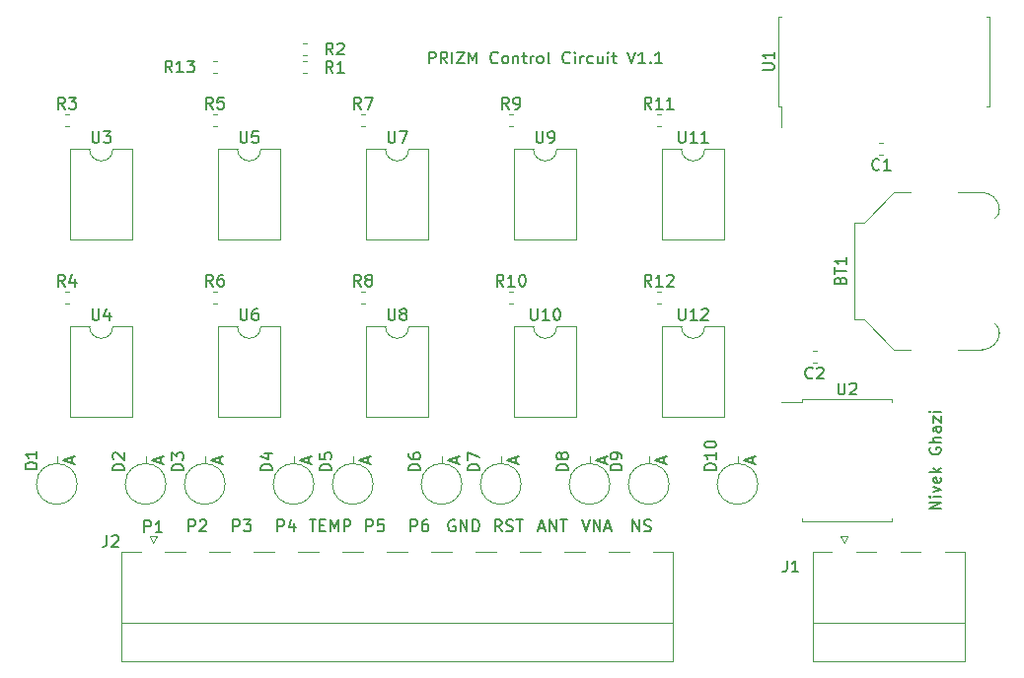
<source format=gto>
G04 #@! TF.GenerationSoftware,KiCad,Pcbnew,5.1.5-52549c5~84~ubuntu19.04.1*
G04 #@! TF.CreationDate,2020-02-11T15:19:44+02:00*
G04 #@! TF.ProjectId,switch-control-hat,73776974-6368-42d6-936f-6e74726f6c2d,rev?*
G04 #@! TF.SameCoordinates,Original*
G04 #@! TF.FileFunction,Legend,Top*
G04 #@! TF.FilePolarity,Positive*
%FSLAX46Y46*%
G04 Gerber Fmt 4.6, Leading zero omitted, Abs format (unit mm)*
G04 Created by KiCad (PCBNEW 5.1.5-52549c5~84~ubuntu19.04.1) date 2020-02-11 15:19:44*
%MOMM*%
%LPD*%
G04 APERTURE LIST*
%ADD10C,0.150000*%
%ADD11C,0.120000*%
G04 APERTURE END LIST*
D10*
X252705095Y-143403880D02*
X252705095Y-142403880D01*
X253276523Y-143403880D01*
X253276523Y-142403880D01*
X253705095Y-143356261D02*
X253847952Y-143403880D01*
X254086047Y-143403880D01*
X254181285Y-143356261D01*
X254228904Y-143308642D01*
X254276523Y-143213404D01*
X254276523Y-143118166D01*
X254228904Y-143022928D01*
X254181285Y-142975309D01*
X254086047Y-142927690D01*
X253895571Y-142880071D01*
X253800333Y-142832452D01*
X253752714Y-142784833D01*
X253705095Y-142689595D01*
X253705095Y-142594357D01*
X253752714Y-142499119D01*
X253800333Y-142451500D01*
X253895571Y-142403880D01*
X254133666Y-142403880D01*
X254276523Y-142451500D01*
X248371285Y-142403880D02*
X248704619Y-143403880D01*
X249037952Y-142403880D01*
X249371285Y-143403880D02*
X249371285Y-142403880D01*
X249942714Y-143403880D01*
X249942714Y-142403880D01*
X250371285Y-143118166D02*
X250847476Y-143118166D01*
X250276047Y-143403880D02*
X250609380Y-142403880D01*
X250942714Y-143403880D01*
X244704142Y-143118166D02*
X245180333Y-143118166D01*
X244608904Y-143403880D02*
X244942238Y-142403880D01*
X245275571Y-143403880D01*
X245608904Y-143403880D02*
X245608904Y-142403880D01*
X246180333Y-143403880D01*
X246180333Y-142403880D01*
X246513666Y-142403880D02*
X247085095Y-142403880D01*
X246799380Y-143403880D02*
X246799380Y-142403880D01*
X241489380Y-143403880D02*
X241156047Y-142927690D01*
X240917952Y-143403880D02*
X240917952Y-142403880D01*
X241298904Y-142403880D01*
X241394142Y-142451500D01*
X241441761Y-142499119D01*
X241489380Y-142594357D01*
X241489380Y-142737214D01*
X241441761Y-142832452D01*
X241394142Y-142880071D01*
X241298904Y-142927690D01*
X240917952Y-142927690D01*
X241870333Y-143356261D02*
X242013190Y-143403880D01*
X242251285Y-143403880D01*
X242346523Y-143356261D01*
X242394142Y-143308642D01*
X242441761Y-143213404D01*
X242441761Y-143118166D01*
X242394142Y-143022928D01*
X242346523Y-142975309D01*
X242251285Y-142927690D01*
X242060809Y-142880071D01*
X241965571Y-142832452D01*
X241917952Y-142784833D01*
X241870333Y-142689595D01*
X241870333Y-142594357D01*
X241917952Y-142499119D01*
X241965571Y-142451500D01*
X242060809Y-142403880D01*
X242298904Y-142403880D01*
X242441761Y-142451500D01*
X242727476Y-142403880D02*
X243298904Y-142403880D01*
X243013190Y-143403880D02*
X243013190Y-142403880D01*
X237465095Y-142451500D02*
X237369857Y-142403880D01*
X237227000Y-142403880D01*
X237084142Y-142451500D01*
X236988904Y-142546738D01*
X236941285Y-142641976D01*
X236893666Y-142832452D01*
X236893666Y-142975309D01*
X236941285Y-143165785D01*
X236988904Y-143261023D01*
X237084142Y-143356261D01*
X237227000Y-143403880D01*
X237322238Y-143403880D01*
X237465095Y-143356261D01*
X237512714Y-143308642D01*
X237512714Y-142975309D01*
X237322238Y-142975309D01*
X237941285Y-143403880D02*
X237941285Y-142403880D01*
X238512714Y-143403880D01*
X238512714Y-142403880D01*
X238988904Y-143403880D02*
X238988904Y-142403880D01*
X239227000Y-142403880D01*
X239369857Y-142451500D01*
X239465095Y-142546738D01*
X239512714Y-142641976D01*
X239560333Y-142832452D01*
X239560333Y-142975309D01*
X239512714Y-143165785D01*
X239465095Y-143261023D01*
X239369857Y-143356261D01*
X239227000Y-143403880D01*
X238988904Y-143403880D01*
X233678904Y-143403880D02*
X233678904Y-142403880D01*
X234059857Y-142403880D01*
X234155095Y-142451500D01*
X234202714Y-142499119D01*
X234250333Y-142594357D01*
X234250333Y-142737214D01*
X234202714Y-142832452D01*
X234155095Y-142880071D01*
X234059857Y-142927690D01*
X233678904Y-142927690D01*
X235107476Y-142403880D02*
X234917000Y-142403880D01*
X234821761Y-142451500D01*
X234774142Y-142499119D01*
X234678904Y-142641976D01*
X234631285Y-142832452D01*
X234631285Y-143213404D01*
X234678904Y-143308642D01*
X234726523Y-143356261D01*
X234821761Y-143403880D01*
X235012238Y-143403880D01*
X235107476Y-143356261D01*
X235155095Y-143308642D01*
X235202714Y-143213404D01*
X235202714Y-142975309D01*
X235155095Y-142880071D01*
X235107476Y-142832452D01*
X235012238Y-142784833D01*
X234821761Y-142784833D01*
X234726523Y-142832452D01*
X234678904Y-142880071D01*
X234631285Y-142975309D01*
X229868904Y-143403880D02*
X229868904Y-142403880D01*
X230249857Y-142403880D01*
X230345095Y-142451500D01*
X230392714Y-142499119D01*
X230440333Y-142594357D01*
X230440333Y-142737214D01*
X230392714Y-142832452D01*
X230345095Y-142880071D01*
X230249857Y-142927690D01*
X229868904Y-142927690D01*
X231345095Y-142403880D02*
X230868904Y-142403880D01*
X230821285Y-142880071D01*
X230868904Y-142832452D01*
X230964142Y-142784833D01*
X231202238Y-142784833D01*
X231297476Y-142832452D01*
X231345095Y-142880071D01*
X231392714Y-142975309D01*
X231392714Y-143213404D01*
X231345095Y-143308642D01*
X231297476Y-143356261D01*
X231202238Y-143403880D01*
X230964142Y-143403880D01*
X230868904Y-143356261D01*
X230821285Y-143308642D01*
X210818904Y-143467380D02*
X210818904Y-142467380D01*
X211199857Y-142467380D01*
X211295095Y-142515000D01*
X211342714Y-142562619D01*
X211390333Y-142657857D01*
X211390333Y-142800714D01*
X211342714Y-142895952D01*
X211295095Y-142943571D01*
X211199857Y-142991190D01*
X210818904Y-142991190D01*
X212342714Y-143467380D02*
X211771285Y-143467380D01*
X212057000Y-143467380D02*
X212057000Y-142467380D01*
X211961761Y-142610238D01*
X211866523Y-142705476D01*
X211771285Y-142753095D01*
X214628904Y-143403880D02*
X214628904Y-142403880D01*
X215009857Y-142403880D01*
X215105095Y-142451500D01*
X215152714Y-142499119D01*
X215200333Y-142594357D01*
X215200333Y-142737214D01*
X215152714Y-142832452D01*
X215105095Y-142880071D01*
X215009857Y-142927690D01*
X214628904Y-142927690D01*
X215581285Y-142499119D02*
X215628904Y-142451500D01*
X215724142Y-142403880D01*
X215962238Y-142403880D01*
X216057476Y-142451500D01*
X216105095Y-142499119D01*
X216152714Y-142594357D01*
X216152714Y-142689595D01*
X216105095Y-142832452D01*
X215533666Y-143403880D01*
X216152714Y-143403880D01*
X218438904Y-143403880D02*
X218438904Y-142403880D01*
X218819857Y-142403880D01*
X218915095Y-142451500D01*
X218962714Y-142499119D01*
X219010333Y-142594357D01*
X219010333Y-142737214D01*
X218962714Y-142832452D01*
X218915095Y-142880071D01*
X218819857Y-142927690D01*
X218438904Y-142927690D01*
X219343666Y-142403880D02*
X219962714Y-142403880D01*
X219629380Y-142784833D01*
X219772238Y-142784833D01*
X219867476Y-142832452D01*
X219915095Y-142880071D01*
X219962714Y-142975309D01*
X219962714Y-143213404D01*
X219915095Y-143308642D01*
X219867476Y-143356261D01*
X219772238Y-143403880D01*
X219486523Y-143403880D01*
X219391285Y-143356261D01*
X219343666Y-143308642D01*
X222248904Y-143403880D02*
X222248904Y-142403880D01*
X222629857Y-142403880D01*
X222725095Y-142451500D01*
X222772714Y-142499119D01*
X222820333Y-142594357D01*
X222820333Y-142737214D01*
X222772714Y-142832452D01*
X222725095Y-142880071D01*
X222629857Y-142927690D01*
X222248904Y-142927690D01*
X223677476Y-142737214D02*
X223677476Y-143403880D01*
X223439380Y-142356261D02*
X223201285Y-143070547D01*
X223820333Y-143070547D01*
X224987476Y-142403880D02*
X225558904Y-142403880D01*
X225273190Y-143403880D02*
X225273190Y-142403880D01*
X225892238Y-142880071D02*
X226225571Y-142880071D01*
X226368428Y-143403880D02*
X225892238Y-143403880D01*
X225892238Y-142403880D01*
X226368428Y-142403880D01*
X226797000Y-143403880D02*
X226797000Y-142403880D01*
X227130333Y-143118166D01*
X227463666Y-142403880D01*
X227463666Y-143403880D01*
X227939857Y-143403880D02*
X227939857Y-142403880D01*
X228320809Y-142403880D01*
X228416047Y-142451500D01*
X228463666Y-142499119D01*
X228511285Y-142594357D01*
X228511285Y-142737214D01*
X228463666Y-142832452D01*
X228416047Y-142880071D01*
X228320809Y-142927690D01*
X227939857Y-142927690D01*
X279192380Y-141466666D02*
X278192380Y-141466666D01*
X279192380Y-140895238D01*
X278192380Y-140895238D01*
X279192380Y-140419047D02*
X278525714Y-140419047D01*
X278192380Y-140419047D02*
X278240000Y-140466666D01*
X278287619Y-140419047D01*
X278240000Y-140371428D01*
X278192380Y-140419047D01*
X278287619Y-140419047D01*
X278525714Y-140038095D02*
X279192380Y-139800000D01*
X278525714Y-139561904D01*
X279144761Y-138800000D02*
X279192380Y-138895238D01*
X279192380Y-139085714D01*
X279144761Y-139180952D01*
X279049523Y-139228571D01*
X278668571Y-139228571D01*
X278573333Y-139180952D01*
X278525714Y-139085714D01*
X278525714Y-138895238D01*
X278573333Y-138800000D01*
X278668571Y-138752380D01*
X278763809Y-138752380D01*
X278859047Y-139228571D01*
X279192380Y-138323809D02*
X278192380Y-138323809D01*
X278811428Y-138228571D02*
X279192380Y-137942857D01*
X278525714Y-137942857D02*
X278906666Y-138323809D01*
X278240000Y-136228571D02*
X278192380Y-136323809D01*
X278192380Y-136466666D01*
X278240000Y-136609523D01*
X278335238Y-136704761D01*
X278430476Y-136752380D01*
X278620952Y-136800000D01*
X278763809Y-136800000D01*
X278954285Y-136752380D01*
X279049523Y-136704761D01*
X279144761Y-136609523D01*
X279192380Y-136466666D01*
X279192380Y-136371428D01*
X279144761Y-136228571D01*
X279097142Y-136180952D01*
X278763809Y-136180952D01*
X278763809Y-136371428D01*
X279192380Y-135752380D02*
X278192380Y-135752380D01*
X279192380Y-135323809D02*
X278668571Y-135323809D01*
X278573333Y-135371428D01*
X278525714Y-135466666D01*
X278525714Y-135609523D01*
X278573333Y-135704761D01*
X278620952Y-135752380D01*
X279192380Y-134419047D02*
X278668571Y-134419047D01*
X278573333Y-134466666D01*
X278525714Y-134561904D01*
X278525714Y-134752380D01*
X278573333Y-134847619D01*
X279144761Y-134419047D02*
X279192380Y-134514285D01*
X279192380Y-134752380D01*
X279144761Y-134847619D01*
X279049523Y-134895238D01*
X278954285Y-134895238D01*
X278859047Y-134847619D01*
X278811428Y-134752380D01*
X278811428Y-134514285D01*
X278763809Y-134419047D01*
X278525714Y-134038095D02*
X278525714Y-133514285D01*
X279192380Y-134038095D01*
X279192380Y-133514285D01*
X279192380Y-133133333D02*
X278525714Y-133133333D01*
X278192380Y-133133333D02*
X278240000Y-133180952D01*
X278287619Y-133133333D01*
X278240000Y-133085714D01*
X278192380Y-133133333D01*
X278287619Y-133133333D01*
X235235809Y-103208380D02*
X235235809Y-102208380D01*
X235616761Y-102208380D01*
X235712000Y-102256000D01*
X235759619Y-102303619D01*
X235807238Y-102398857D01*
X235807238Y-102541714D01*
X235759619Y-102636952D01*
X235712000Y-102684571D01*
X235616761Y-102732190D01*
X235235809Y-102732190D01*
X236807238Y-103208380D02*
X236473904Y-102732190D01*
X236235809Y-103208380D02*
X236235809Y-102208380D01*
X236616761Y-102208380D01*
X236712000Y-102256000D01*
X236759619Y-102303619D01*
X236807238Y-102398857D01*
X236807238Y-102541714D01*
X236759619Y-102636952D01*
X236712000Y-102684571D01*
X236616761Y-102732190D01*
X236235809Y-102732190D01*
X237235809Y-103208380D02*
X237235809Y-102208380D01*
X237616761Y-102208380D02*
X238283428Y-102208380D01*
X237616761Y-103208380D01*
X238283428Y-103208380D01*
X238664380Y-103208380D02*
X238664380Y-102208380D01*
X238997714Y-102922666D01*
X239331047Y-102208380D01*
X239331047Y-103208380D01*
X241140571Y-103113142D02*
X241092952Y-103160761D01*
X240950095Y-103208380D01*
X240854857Y-103208380D01*
X240712000Y-103160761D01*
X240616761Y-103065523D01*
X240569142Y-102970285D01*
X240521523Y-102779809D01*
X240521523Y-102636952D01*
X240569142Y-102446476D01*
X240616761Y-102351238D01*
X240712000Y-102256000D01*
X240854857Y-102208380D01*
X240950095Y-102208380D01*
X241092952Y-102256000D01*
X241140571Y-102303619D01*
X241712000Y-103208380D02*
X241616761Y-103160761D01*
X241569142Y-103113142D01*
X241521523Y-103017904D01*
X241521523Y-102732190D01*
X241569142Y-102636952D01*
X241616761Y-102589333D01*
X241712000Y-102541714D01*
X241854857Y-102541714D01*
X241950095Y-102589333D01*
X241997714Y-102636952D01*
X242045333Y-102732190D01*
X242045333Y-103017904D01*
X241997714Y-103113142D01*
X241950095Y-103160761D01*
X241854857Y-103208380D01*
X241712000Y-103208380D01*
X242473904Y-102541714D02*
X242473904Y-103208380D01*
X242473904Y-102636952D02*
X242521523Y-102589333D01*
X242616761Y-102541714D01*
X242759619Y-102541714D01*
X242854857Y-102589333D01*
X242902476Y-102684571D01*
X242902476Y-103208380D01*
X243235809Y-102541714D02*
X243616761Y-102541714D01*
X243378666Y-102208380D02*
X243378666Y-103065523D01*
X243426285Y-103160761D01*
X243521523Y-103208380D01*
X243616761Y-103208380D01*
X243950095Y-103208380D02*
X243950095Y-102541714D01*
X243950095Y-102732190D02*
X243997714Y-102636952D01*
X244045333Y-102589333D01*
X244140571Y-102541714D01*
X244235809Y-102541714D01*
X244712000Y-103208380D02*
X244616761Y-103160761D01*
X244569142Y-103113142D01*
X244521523Y-103017904D01*
X244521523Y-102732190D01*
X244569142Y-102636952D01*
X244616761Y-102589333D01*
X244712000Y-102541714D01*
X244854857Y-102541714D01*
X244950095Y-102589333D01*
X244997714Y-102636952D01*
X245045333Y-102732190D01*
X245045333Y-103017904D01*
X244997714Y-103113142D01*
X244950095Y-103160761D01*
X244854857Y-103208380D01*
X244712000Y-103208380D01*
X245616761Y-103208380D02*
X245521523Y-103160761D01*
X245473904Y-103065523D01*
X245473904Y-102208380D01*
X247331047Y-103113142D02*
X247283428Y-103160761D01*
X247140571Y-103208380D01*
X247045333Y-103208380D01*
X246902476Y-103160761D01*
X246807238Y-103065523D01*
X246759619Y-102970285D01*
X246712000Y-102779809D01*
X246712000Y-102636952D01*
X246759619Y-102446476D01*
X246807238Y-102351238D01*
X246902476Y-102256000D01*
X247045333Y-102208380D01*
X247140571Y-102208380D01*
X247283428Y-102256000D01*
X247331047Y-102303619D01*
X247759619Y-103208380D02*
X247759619Y-102541714D01*
X247759619Y-102208380D02*
X247712000Y-102256000D01*
X247759619Y-102303619D01*
X247807238Y-102256000D01*
X247759619Y-102208380D01*
X247759619Y-102303619D01*
X248235809Y-103208380D02*
X248235809Y-102541714D01*
X248235809Y-102732190D02*
X248283428Y-102636952D01*
X248331047Y-102589333D01*
X248426285Y-102541714D01*
X248521523Y-102541714D01*
X249283428Y-103160761D02*
X249188190Y-103208380D01*
X248997714Y-103208380D01*
X248902476Y-103160761D01*
X248854857Y-103113142D01*
X248807238Y-103017904D01*
X248807238Y-102732190D01*
X248854857Y-102636952D01*
X248902476Y-102589333D01*
X248997714Y-102541714D01*
X249188190Y-102541714D01*
X249283428Y-102589333D01*
X250140571Y-102541714D02*
X250140571Y-103208380D01*
X249712000Y-102541714D02*
X249712000Y-103065523D01*
X249759619Y-103160761D01*
X249854857Y-103208380D01*
X249997714Y-103208380D01*
X250092952Y-103160761D01*
X250140571Y-103113142D01*
X250616761Y-103208380D02*
X250616761Y-102541714D01*
X250616761Y-102208380D02*
X250569142Y-102256000D01*
X250616761Y-102303619D01*
X250664380Y-102256000D01*
X250616761Y-102208380D01*
X250616761Y-102303619D01*
X250950095Y-102541714D02*
X251331047Y-102541714D01*
X251092952Y-102208380D02*
X251092952Y-103065523D01*
X251140571Y-103160761D01*
X251235809Y-103208380D01*
X251331047Y-103208380D01*
X252283428Y-102208380D02*
X252616761Y-103208380D01*
X252950095Y-102208380D01*
X253807238Y-103208380D02*
X253235809Y-103208380D01*
X253521523Y-103208380D02*
X253521523Y-102208380D01*
X253426285Y-102351238D01*
X253331047Y-102446476D01*
X253235809Y-102494095D01*
X254235809Y-103113142D02*
X254283428Y-103160761D01*
X254235809Y-103208380D01*
X254188190Y-103160761D01*
X254235809Y-103113142D01*
X254235809Y-103208380D01*
X255235809Y-103208380D02*
X254664380Y-103208380D01*
X254950095Y-103208380D02*
X254950095Y-102208380D01*
X254854857Y-102351238D01*
X254759619Y-102446476D01*
X254664380Y-102494095D01*
D11*
X265480000Y-106870000D02*
X265480000Y-108685000D01*
X265235000Y-106870000D02*
X265480000Y-106870000D01*
X265235000Y-103010000D02*
X265235000Y-106870000D01*
X265235000Y-99150000D02*
X265480000Y-99150000D01*
X265235000Y-103010000D02*
X265235000Y-99150000D01*
X283355000Y-106870000D02*
X283110000Y-106870000D01*
X283355000Y-103010000D02*
X283355000Y-106870000D01*
X283355000Y-99150000D02*
X283110000Y-99150000D01*
X283355000Y-103010000D02*
X283355000Y-99150000D01*
X224452733Y-104028000D02*
X224795267Y-104028000D01*
X224452733Y-103008000D02*
X224795267Y-103008000D01*
X224452733Y-101484000D02*
X224795267Y-101484000D01*
X224452733Y-102504000D02*
X224795267Y-102504000D01*
X274226267Y-109993000D02*
X273883733Y-109993000D01*
X274226267Y-111013000D02*
X273883733Y-111013000D01*
X275163000Y-114294000D02*
X276613000Y-114294000D01*
X272563000Y-116894000D02*
X275163000Y-114294000D01*
X271763000Y-116894000D02*
X272563000Y-116894000D01*
X271763000Y-125194000D02*
X271763000Y-116894000D01*
X272563000Y-125194000D02*
X271763000Y-125194000D01*
X275163000Y-127794000D02*
X272563000Y-125194000D01*
X276613000Y-127794000D02*
X275163000Y-127794000D01*
X280613000Y-127794000D02*
X282713000Y-127794000D01*
X280613000Y-114294000D02*
X282713000Y-114294000D01*
X282663000Y-127794000D02*
G75*
G03X284213000Y-126344000I50000J1500000D01*
G01*
X282663000Y-114294000D02*
G75*
G02X284213000Y-115744000I50000J-1500000D01*
G01*
X284197160Y-126458615D02*
G75*
G03X283813000Y-125544000I-984160J124615D01*
G01*
X284197160Y-115629385D02*
G75*
G02X283813000Y-116544000I-984160J-124615D01*
G01*
X211257000Y-143844000D02*
X211857000Y-143844000D01*
X211557000Y-144444000D02*
X211257000Y-143844000D01*
X211857000Y-143844000D02*
X211557000Y-144444000D01*
X208847000Y-151244000D02*
X256177000Y-151244000D01*
X250707000Y-145134000D02*
X252417000Y-145134000D01*
X246897000Y-145134000D02*
X248607000Y-145134000D01*
X243087000Y-145134000D02*
X244797000Y-145134000D01*
X239277000Y-145134000D02*
X240987000Y-145134000D01*
X235467000Y-145134000D02*
X237177000Y-145134000D01*
X231657000Y-145134000D02*
X233367000Y-145134000D01*
X227847000Y-145134000D02*
X229557000Y-145134000D01*
X224037000Y-145134000D02*
X225747000Y-145134000D01*
X220227000Y-145134000D02*
X221937000Y-145134000D01*
X216417000Y-145134000D02*
X218127000Y-145134000D01*
X212607000Y-145134000D02*
X214317000Y-145134000D01*
X256177000Y-145134000D02*
X254517000Y-145134000D01*
X208847000Y-145134000D02*
X210507000Y-145134000D01*
X256177000Y-154554000D02*
X256177000Y-145134000D01*
X208847000Y-154554000D02*
X256177000Y-154554000D01*
X208847000Y-145134000D02*
X208847000Y-154554000D01*
X225372635Y-139332000D02*
G75*
G03X225372635Y-139332000I-1750635J0D01*
G01*
X223622000Y-137581365D02*
X223622000Y-136922000D01*
X267260000Y-132295000D02*
X265445000Y-132295000D01*
X267260000Y-132040000D02*
X267260000Y-132295000D01*
X271120000Y-132040000D02*
X267260000Y-132040000D01*
X274980000Y-132040000D02*
X274980000Y-132295000D01*
X271120000Y-132040000D02*
X274980000Y-132040000D01*
X267260000Y-142560000D02*
X267260000Y-142305000D01*
X271120000Y-142560000D02*
X267260000Y-142560000D01*
X274980000Y-142560000D02*
X274980000Y-142305000D01*
X271120000Y-142560000D02*
X274980000Y-142560000D01*
X217048267Y-103008000D02*
X216705733Y-103008000D01*
X217048267Y-104028000D02*
X216705733Y-104028000D01*
X268511267Y-127900000D02*
X268168733Y-127900000D01*
X268511267Y-128920000D02*
X268168733Y-128920000D01*
X220812000Y-110570000D02*
G75*
G02X218812000Y-110570000I-1000000J0D01*
G01*
X218812000Y-110570000D02*
X217162000Y-110570000D01*
X217162000Y-110570000D02*
X217162000Y-118310000D01*
X217162000Y-118310000D02*
X222462000Y-118310000D01*
X222462000Y-118310000D02*
X222462000Y-110570000D01*
X222462000Y-110570000D02*
X220812000Y-110570000D01*
X254805733Y-107580000D02*
X255148267Y-107580000D01*
X254805733Y-108600000D02*
X255148267Y-108600000D01*
X254805733Y-123840000D02*
X255148267Y-123840000D01*
X254805733Y-122820000D02*
X255148267Y-122820000D01*
X261722000Y-137581365D02*
X261722000Y-136922000D01*
X263472635Y-139332000D02*
G75*
G03X263472635Y-139332000I-1750635J0D01*
G01*
X229405733Y-123840000D02*
X229748267Y-123840000D01*
X229405733Y-122820000D02*
X229748267Y-122820000D01*
X210922000Y-137581365D02*
X210922000Y-136922000D01*
X212672635Y-139332000D02*
G75*
G03X212672635Y-139332000I-1750635J0D01*
G01*
X203302000Y-137581365D02*
X203302000Y-136922000D01*
X205052635Y-139332000D02*
G75*
G03X205052635Y-139332000I-1750635J0D01*
G01*
X270566000Y-143844000D02*
X271166000Y-143844000D01*
X270866000Y-144444000D02*
X270566000Y-143844000D01*
X271166000Y-143844000D02*
X270866000Y-144444000D01*
X268156000Y-151244000D02*
X281196000Y-151244000D01*
X275726000Y-145134000D02*
X277436000Y-145134000D01*
X271916000Y-145134000D02*
X273626000Y-145134000D01*
X281196000Y-145134000D02*
X279536000Y-145134000D01*
X268156000Y-145134000D02*
X269816000Y-145134000D01*
X281196000Y-154554000D02*
X281196000Y-145134000D01*
X268156000Y-154554000D02*
X281196000Y-154554000D01*
X268156000Y-145134000D02*
X268156000Y-154554000D01*
X254102000Y-137581365D02*
X254102000Y-136922000D01*
X255852635Y-139332000D02*
G75*
G03X255852635Y-139332000I-1750635J0D01*
G01*
X249022000Y-137581365D02*
X249022000Y-136922000D01*
X250772635Y-139332000D02*
G75*
G03X250772635Y-139332000I-1750635J0D01*
G01*
X241402000Y-137581365D02*
X241402000Y-136922000D01*
X243152635Y-139332000D02*
G75*
G03X243152635Y-139332000I-1750635J0D01*
G01*
X236322000Y-137581365D02*
X236322000Y-136922000D01*
X238072635Y-139332000D02*
G75*
G03X238072635Y-139332000I-1750635J0D01*
G01*
X228702000Y-137581365D02*
X228702000Y-136922000D01*
X230452635Y-139332000D02*
G75*
G03X230452635Y-139332000I-1750635J0D01*
G01*
X216002000Y-137581365D02*
X216002000Y-136922000D01*
X217752635Y-139332000D02*
G75*
G03X217752635Y-139332000I-1750635J0D01*
G01*
X260562000Y-125810000D02*
X258912000Y-125810000D01*
X260562000Y-133550000D02*
X260562000Y-125810000D01*
X255262000Y-133550000D02*
X260562000Y-133550000D01*
X255262000Y-125810000D02*
X255262000Y-133550000D01*
X256912000Y-125810000D02*
X255262000Y-125810000D01*
X258912000Y-125810000D02*
G75*
G02X256912000Y-125810000I-1000000J0D01*
G01*
X258912000Y-110570000D02*
G75*
G02X256912000Y-110570000I-1000000J0D01*
G01*
X256912000Y-110570000D02*
X255262000Y-110570000D01*
X255262000Y-110570000D02*
X255262000Y-118310000D01*
X255262000Y-118310000D02*
X260562000Y-118310000D01*
X260562000Y-118310000D02*
X260562000Y-110570000D01*
X260562000Y-110570000D02*
X258912000Y-110570000D01*
X247862000Y-125810000D02*
X246212000Y-125810000D01*
X247862000Y-133550000D02*
X247862000Y-125810000D01*
X242562000Y-133550000D02*
X247862000Y-133550000D01*
X242562000Y-125810000D02*
X242562000Y-133550000D01*
X244212000Y-125810000D02*
X242562000Y-125810000D01*
X246212000Y-125810000D02*
G75*
G02X244212000Y-125810000I-1000000J0D01*
G01*
X242105733Y-107580000D02*
X242448267Y-107580000D01*
X242105733Y-108600000D02*
X242448267Y-108600000D01*
X242105733Y-123840000D02*
X242448267Y-123840000D01*
X242105733Y-122820000D02*
X242448267Y-122820000D01*
X246212000Y-110570000D02*
G75*
G02X244212000Y-110570000I-1000000J0D01*
G01*
X244212000Y-110570000D02*
X242562000Y-110570000D01*
X242562000Y-110570000D02*
X242562000Y-118310000D01*
X242562000Y-118310000D02*
X247862000Y-118310000D01*
X247862000Y-118310000D02*
X247862000Y-110570000D01*
X247862000Y-110570000D02*
X246212000Y-110570000D01*
X235162000Y-125810000D02*
X233512000Y-125810000D01*
X235162000Y-133550000D02*
X235162000Y-125810000D01*
X229862000Y-133550000D02*
X235162000Y-133550000D01*
X229862000Y-125810000D02*
X229862000Y-133550000D01*
X231512000Y-125810000D02*
X229862000Y-125810000D01*
X233512000Y-125810000D02*
G75*
G02X231512000Y-125810000I-1000000J0D01*
G01*
X229405733Y-107580000D02*
X229748267Y-107580000D01*
X229405733Y-108600000D02*
X229748267Y-108600000D01*
X233512000Y-110570000D02*
G75*
G02X231512000Y-110570000I-1000000J0D01*
G01*
X231512000Y-110570000D02*
X229862000Y-110570000D01*
X229862000Y-110570000D02*
X229862000Y-118310000D01*
X229862000Y-118310000D02*
X235162000Y-118310000D01*
X235162000Y-118310000D02*
X235162000Y-110570000D01*
X235162000Y-110570000D02*
X233512000Y-110570000D01*
X222462000Y-125810000D02*
X220812000Y-125810000D01*
X222462000Y-133550000D02*
X222462000Y-125810000D01*
X217162000Y-133550000D02*
X222462000Y-133550000D01*
X217162000Y-125810000D02*
X217162000Y-133550000D01*
X218812000Y-125810000D02*
X217162000Y-125810000D01*
X220812000Y-125810000D02*
G75*
G02X218812000Y-125810000I-1000000J0D01*
G01*
X216705733Y-107580000D02*
X217048267Y-107580000D01*
X216705733Y-108600000D02*
X217048267Y-108600000D01*
X216705733Y-123840000D02*
X217048267Y-123840000D01*
X216705733Y-122820000D02*
X217048267Y-122820000D01*
X204005733Y-122820000D02*
X204348267Y-122820000D01*
X204005733Y-123840000D02*
X204348267Y-123840000D01*
X208112000Y-125810000D02*
G75*
G02X206112000Y-125810000I-1000000J0D01*
G01*
X206112000Y-125810000D02*
X204462000Y-125810000D01*
X204462000Y-125810000D02*
X204462000Y-133550000D01*
X204462000Y-133550000D02*
X209762000Y-133550000D01*
X209762000Y-133550000D02*
X209762000Y-125810000D01*
X209762000Y-125810000D02*
X208112000Y-125810000D01*
X209762000Y-110570000D02*
X208112000Y-110570000D01*
X209762000Y-118310000D02*
X209762000Y-110570000D01*
X204462000Y-118310000D02*
X209762000Y-118310000D01*
X204462000Y-110570000D02*
X204462000Y-118310000D01*
X206112000Y-110570000D02*
X204462000Y-110570000D01*
X208112000Y-110570000D02*
G75*
G02X206112000Y-110570000I-1000000J0D01*
G01*
X204005733Y-108600000D02*
X204348267Y-108600000D01*
X204005733Y-107580000D02*
X204348267Y-107580000D01*
D10*
X263847380Y-103771904D02*
X264656904Y-103771904D01*
X264752142Y-103724285D01*
X264799761Y-103676666D01*
X264847380Y-103581428D01*
X264847380Y-103390952D01*
X264799761Y-103295714D01*
X264752142Y-103248095D01*
X264656904Y-103200476D01*
X263847380Y-103200476D01*
X264847380Y-102200476D02*
X264847380Y-102771904D01*
X264847380Y-102486190D02*
X263847380Y-102486190D01*
X263990238Y-102581428D01*
X264085476Y-102676666D01*
X264133095Y-102771904D01*
X226997333Y-104000380D02*
X226664000Y-103524190D01*
X226425904Y-104000380D02*
X226425904Y-103000380D01*
X226806857Y-103000380D01*
X226902095Y-103048000D01*
X226949714Y-103095619D01*
X226997333Y-103190857D01*
X226997333Y-103333714D01*
X226949714Y-103428952D01*
X226902095Y-103476571D01*
X226806857Y-103524190D01*
X226425904Y-103524190D01*
X227949714Y-104000380D02*
X227378285Y-104000380D01*
X227664000Y-104000380D02*
X227664000Y-103000380D01*
X227568761Y-103143238D01*
X227473523Y-103238476D01*
X227378285Y-103286095D01*
X226997333Y-102446380D02*
X226664000Y-101970190D01*
X226425904Y-102446380D02*
X226425904Y-101446380D01*
X226806857Y-101446380D01*
X226902095Y-101494000D01*
X226949714Y-101541619D01*
X226997333Y-101636857D01*
X226997333Y-101779714D01*
X226949714Y-101874952D01*
X226902095Y-101922571D01*
X226806857Y-101970190D01*
X226425904Y-101970190D01*
X227378285Y-101541619D02*
X227425904Y-101494000D01*
X227521142Y-101446380D01*
X227759238Y-101446380D01*
X227854476Y-101494000D01*
X227902095Y-101541619D01*
X227949714Y-101636857D01*
X227949714Y-101732095D01*
X227902095Y-101874952D01*
X227330666Y-102446380D01*
X227949714Y-102446380D01*
X273888333Y-112290142D02*
X273840714Y-112337761D01*
X273697857Y-112385380D01*
X273602619Y-112385380D01*
X273459761Y-112337761D01*
X273364523Y-112242523D01*
X273316904Y-112147285D01*
X273269285Y-111956809D01*
X273269285Y-111813952D01*
X273316904Y-111623476D01*
X273364523Y-111528238D01*
X273459761Y-111433000D01*
X273602619Y-111385380D01*
X273697857Y-111385380D01*
X273840714Y-111433000D01*
X273888333Y-111480619D01*
X274840714Y-112385380D02*
X274269285Y-112385380D01*
X274555000Y-112385380D02*
X274555000Y-111385380D01*
X274459761Y-111528238D01*
X274364523Y-111623476D01*
X274269285Y-111671095D01*
X270541571Y-121829714D02*
X270589190Y-121686857D01*
X270636809Y-121639238D01*
X270732047Y-121591619D01*
X270874904Y-121591619D01*
X270970142Y-121639238D01*
X271017761Y-121686857D01*
X271065380Y-121782095D01*
X271065380Y-122163047D01*
X270065380Y-122163047D01*
X270065380Y-121829714D01*
X270113000Y-121734476D01*
X270160619Y-121686857D01*
X270255857Y-121639238D01*
X270351095Y-121639238D01*
X270446333Y-121686857D01*
X270493952Y-121734476D01*
X270541571Y-121829714D01*
X270541571Y-122163047D01*
X270065380Y-121305904D02*
X270065380Y-120734476D01*
X271065380Y-121020190D02*
X270065380Y-121020190D01*
X271065380Y-119877333D02*
X271065380Y-120448761D01*
X271065380Y-120163047D02*
X270065380Y-120163047D01*
X270208238Y-120258285D01*
X270303476Y-120353523D01*
X270351095Y-120448761D01*
X207604166Y-143737380D02*
X207604166Y-144451666D01*
X207556547Y-144594523D01*
X207461309Y-144689761D01*
X207318452Y-144737380D01*
X207223214Y-144737380D01*
X208032738Y-143832619D02*
X208080357Y-143785000D01*
X208175595Y-143737380D01*
X208413690Y-143737380D01*
X208508928Y-143785000D01*
X208556547Y-143832619D01*
X208604166Y-143927857D01*
X208604166Y-144023095D01*
X208556547Y-144165952D01*
X207985119Y-144737380D01*
X208604166Y-144737380D01*
X221788380Y-138165095D02*
X220788380Y-138165095D01*
X220788380Y-137927000D01*
X220836000Y-137784142D01*
X220931238Y-137688904D01*
X221026476Y-137641285D01*
X221216952Y-137593666D01*
X221359809Y-137593666D01*
X221550285Y-137641285D01*
X221645523Y-137688904D01*
X221740761Y-137784142D01*
X221788380Y-137927000D01*
X221788380Y-138165095D01*
X221121714Y-136736523D02*
X221788380Y-136736523D01*
X220740761Y-136974619D02*
X221455047Y-137212714D01*
X221455047Y-136593666D01*
X224888666Y-137560095D02*
X224888666Y-137083904D01*
X225174380Y-137655333D02*
X224174380Y-137322000D01*
X225174380Y-136988666D01*
X270358095Y-130652380D02*
X270358095Y-131461904D01*
X270405714Y-131557142D01*
X270453333Y-131604761D01*
X270548571Y-131652380D01*
X270739047Y-131652380D01*
X270834285Y-131604761D01*
X270881904Y-131557142D01*
X270929523Y-131461904D01*
X270929523Y-130652380D01*
X271358095Y-130747619D02*
X271405714Y-130700000D01*
X271500952Y-130652380D01*
X271739047Y-130652380D01*
X271834285Y-130700000D01*
X271881904Y-130747619D01*
X271929523Y-130842857D01*
X271929523Y-130938095D01*
X271881904Y-131080952D01*
X271310476Y-131652380D01*
X271929523Y-131652380D01*
X213200142Y-103970380D02*
X212866809Y-103494190D01*
X212628714Y-103970380D02*
X212628714Y-102970380D01*
X213009666Y-102970380D01*
X213104904Y-103018000D01*
X213152523Y-103065619D01*
X213200142Y-103160857D01*
X213200142Y-103303714D01*
X213152523Y-103398952D01*
X213104904Y-103446571D01*
X213009666Y-103494190D01*
X212628714Y-103494190D01*
X214152523Y-103970380D02*
X213581095Y-103970380D01*
X213866809Y-103970380D02*
X213866809Y-102970380D01*
X213771571Y-103113238D01*
X213676333Y-103208476D01*
X213581095Y-103256095D01*
X214485857Y-102970380D02*
X215104904Y-102970380D01*
X214771571Y-103351333D01*
X214914428Y-103351333D01*
X215009666Y-103398952D01*
X215057285Y-103446571D01*
X215104904Y-103541809D01*
X215104904Y-103779904D01*
X215057285Y-103875142D01*
X215009666Y-103922761D01*
X214914428Y-103970380D01*
X214628714Y-103970380D01*
X214533476Y-103922761D01*
X214485857Y-103875142D01*
X268173333Y-130197142D02*
X268125714Y-130244761D01*
X267982857Y-130292380D01*
X267887619Y-130292380D01*
X267744761Y-130244761D01*
X267649523Y-130149523D01*
X267601904Y-130054285D01*
X267554285Y-129863809D01*
X267554285Y-129720952D01*
X267601904Y-129530476D01*
X267649523Y-129435238D01*
X267744761Y-129340000D01*
X267887619Y-129292380D01*
X267982857Y-129292380D01*
X268125714Y-129340000D01*
X268173333Y-129387619D01*
X268554285Y-129387619D02*
X268601904Y-129340000D01*
X268697142Y-129292380D01*
X268935238Y-129292380D01*
X269030476Y-129340000D01*
X269078095Y-129387619D01*
X269125714Y-129482857D01*
X269125714Y-129578095D01*
X269078095Y-129720952D01*
X268506666Y-130292380D01*
X269125714Y-130292380D01*
X219050095Y-109022380D02*
X219050095Y-109831904D01*
X219097714Y-109927142D01*
X219145333Y-109974761D01*
X219240571Y-110022380D01*
X219431047Y-110022380D01*
X219526285Y-109974761D01*
X219573904Y-109927142D01*
X219621523Y-109831904D01*
X219621523Y-109022380D01*
X220573904Y-109022380D02*
X220097714Y-109022380D01*
X220050095Y-109498571D01*
X220097714Y-109450952D01*
X220192952Y-109403333D01*
X220431047Y-109403333D01*
X220526285Y-109450952D01*
X220573904Y-109498571D01*
X220621523Y-109593809D01*
X220621523Y-109831904D01*
X220573904Y-109927142D01*
X220526285Y-109974761D01*
X220431047Y-110022380D01*
X220192952Y-110022380D01*
X220097714Y-109974761D01*
X220050095Y-109927142D01*
X254334142Y-107112380D02*
X254000809Y-106636190D01*
X253762714Y-107112380D02*
X253762714Y-106112380D01*
X254143666Y-106112380D01*
X254238904Y-106160000D01*
X254286523Y-106207619D01*
X254334142Y-106302857D01*
X254334142Y-106445714D01*
X254286523Y-106540952D01*
X254238904Y-106588571D01*
X254143666Y-106636190D01*
X253762714Y-106636190D01*
X255286523Y-107112380D02*
X254715095Y-107112380D01*
X255000809Y-107112380D02*
X255000809Y-106112380D01*
X254905571Y-106255238D01*
X254810333Y-106350476D01*
X254715095Y-106398095D01*
X256238904Y-107112380D02*
X255667476Y-107112380D01*
X255953190Y-107112380D02*
X255953190Y-106112380D01*
X255857952Y-106255238D01*
X255762714Y-106350476D01*
X255667476Y-106398095D01*
X254334142Y-122352380D02*
X254000809Y-121876190D01*
X253762714Y-122352380D02*
X253762714Y-121352380D01*
X254143666Y-121352380D01*
X254238904Y-121400000D01*
X254286523Y-121447619D01*
X254334142Y-121542857D01*
X254334142Y-121685714D01*
X254286523Y-121780952D01*
X254238904Y-121828571D01*
X254143666Y-121876190D01*
X253762714Y-121876190D01*
X255286523Y-122352380D02*
X254715095Y-122352380D01*
X255000809Y-122352380D02*
X255000809Y-121352380D01*
X254905571Y-121495238D01*
X254810333Y-121590476D01*
X254715095Y-121638095D01*
X255667476Y-121447619D02*
X255715095Y-121400000D01*
X255810333Y-121352380D01*
X256048428Y-121352380D01*
X256143666Y-121400000D01*
X256191285Y-121447619D01*
X256238904Y-121542857D01*
X256238904Y-121638095D01*
X256191285Y-121780952D01*
X255619857Y-122352380D01*
X256238904Y-122352380D01*
X259888380Y-138133285D02*
X258888380Y-138133285D01*
X258888380Y-137895190D01*
X258936000Y-137752333D01*
X259031238Y-137657095D01*
X259126476Y-137609476D01*
X259316952Y-137561857D01*
X259459809Y-137561857D01*
X259650285Y-137609476D01*
X259745523Y-137657095D01*
X259840761Y-137752333D01*
X259888380Y-137895190D01*
X259888380Y-138133285D01*
X259888380Y-136609476D02*
X259888380Y-137180904D01*
X259888380Y-136895190D02*
X258888380Y-136895190D01*
X259031238Y-136990428D01*
X259126476Y-137085666D01*
X259174095Y-137180904D01*
X258888380Y-135990428D02*
X258888380Y-135895190D01*
X258936000Y-135799952D01*
X258983619Y-135752333D01*
X259078857Y-135704714D01*
X259269333Y-135657095D01*
X259507428Y-135657095D01*
X259697904Y-135704714D01*
X259793142Y-135752333D01*
X259840761Y-135799952D01*
X259888380Y-135895190D01*
X259888380Y-135990428D01*
X259840761Y-136085666D01*
X259793142Y-136133285D01*
X259697904Y-136180904D01*
X259507428Y-136228523D01*
X259269333Y-136228523D01*
X259078857Y-136180904D01*
X258983619Y-136133285D01*
X258936000Y-136085666D01*
X258888380Y-135990428D01*
X262988666Y-137560095D02*
X262988666Y-137083904D01*
X263274380Y-137655333D02*
X262274380Y-137322000D01*
X263274380Y-136988666D01*
X229410333Y-122352380D02*
X229077000Y-121876190D01*
X228838904Y-122352380D02*
X228838904Y-121352380D01*
X229219857Y-121352380D01*
X229315095Y-121400000D01*
X229362714Y-121447619D01*
X229410333Y-121542857D01*
X229410333Y-121685714D01*
X229362714Y-121780952D01*
X229315095Y-121828571D01*
X229219857Y-121876190D01*
X228838904Y-121876190D01*
X229981761Y-121780952D02*
X229886523Y-121733333D01*
X229838904Y-121685714D01*
X229791285Y-121590476D01*
X229791285Y-121542857D01*
X229838904Y-121447619D01*
X229886523Y-121400000D01*
X229981761Y-121352380D01*
X230172238Y-121352380D01*
X230267476Y-121400000D01*
X230315095Y-121447619D01*
X230362714Y-121542857D01*
X230362714Y-121590476D01*
X230315095Y-121685714D01*
X230267476Y-121733333D01*
X230172238Y-121780952D01*
X229981761Y-121780952D01*
X229886523Y-121828571D01*
X229838904Y-121876190D01*
X229791285Y-121971428D01*
X229791285Y-122161904D01*
X229838904Y-122257142D01*
X229886523Y-122304761D01*
X229981761Y-122352380D01*
X230172238Y-122352380D01*
X230267476Y-122304761D01*
X230315095Y-122257142D01*
X230362714Y-122161904D01*
X230362714Y-121971428D01*
X230315095Y-121876190D01*
X230267476Y-121828571D01*
X230172238Y-121780952D01*
X209088380Y-138165095D02*
X208088380Y-138165095D01*
X208088380Y-137927000D01*
X208136000Y-137784142D01*
X208231238Y-137688904D01*
X208326476Y-137641285D01*
X208516952Y-137593666D01*
X208659809Y-137593666D01*
X208850285Y-137641285D01*
X208945523Y-137688904D01*
X209040761Y-137784142D01*
X209088380Y-137927000D01*
X209088380Y-138165095D01*
X208183619Y-137212714D02*
X208136000Y-137165095D01*
X208088380Y-137069857D01*
X208088380Y-136831761D01*
X208136000Y-136736523D01*
X208183619Y-136688904D01*
X208278857Y-136641285D01*
X208374095Y-136641285D01*
X208516952Y-136688904D01*
X209088380Y-137260333D01*
X209088380Y-136641285D01*
X212188666Y-137560095D02*
X212188666Y-137083904D01*
X212474380Y-137655333D02*
X211474380Y-137322000D01*
X212474380Y-136988666D01*
X201595380Y-138038095D02*
X200595380Y-138038095D01*
X200595380Y-137800000D01*
X200643000Y-137657142D01*
X200738238Y-137561904D01*
X200833476Y-137514285D01*
X201023952Y-137466666D01*
X201166809Y-137466666D01*
X201357285Y-137514285D01*
X201452523Y-137561904D01*
X201547761Y-137657142D01*
X201595380Y-137800000D01*
X201595380Y-138038095D01*
X201595380Y-136514285D02*
X201595380Y-137085714D01*
X201595380Y-136800000D02*
X200595380Y-136800000D01*
X200738238Y-136895238D01*
X200833476Y-136990476D01*
X200881095Y-137085714D01*
X204568666Y-137560095D02*
X204568666Y-137083904D01*
X204854380Y-137655333D02*
X203854380Y-137322000D01*
X204854380Y-136988666D01*
X265960666Y-145896380D02*
X265960666Y-146610666D01*
X265913047Y-146753523D01*
X265817809Y-146848761D01*
X265674952Y-146896380D01*
X265579714Y-146896380D01*
X266960666Y-146896380D02*
X266389238Y-146896380D01*
X266674952Y-146896380D02*
X266674952Y-145896380D01*
X266579714Y-146039238D01*
X266484476Y-146134476D01*
X266389238Y-146182095D01*
X251803745Y-138165095D02*
X250803745Y-138165095D01*
X250803745Y-137927000D01*
X250851365Y-137784142D01*
X250946603Y-137688904D01*
X251041841Y-137641285D01*
X251232317Y-137593666D01*
X251375174Y-137593666D01*
X251565650Y-137641285D01*
X251660888Y-137688904D01*
X251756126Y-137784142D01*
X251803745Y-137927000D01*
X251803745Y-138165095D01*
X251803745Y-137117476D02*
X251803745Y-136927000D01*
X251756126Y-136831761D01*
X251708507Y-136784142D01*
X251565650Y-136688904D01*
X251375174Y-136641285D01*
X250994222Y-136641285D01*
X250898984Y-136688904D01*
X250851365Y-136736523D01*
X250803745Y-136831761D01*
X250803745Y-137022238D01*
X250851365Y-137117476D01*
X250898984Y-137165095D01*
X250994222Y-137212714D01*
X251232317Y-137212714D01*
X251327555Y-137165095D01*
X251375174Y-137117476D01*
X251422793Y-137022238D01*
X251422793Y-136831761D01*
X251375174Y-136736523D01*
X251327555Y-136688904D01*
X251232317Y-136641285D01*
X255368666Y-137560095D02*
X255368666Y-137083904D01*
X255654380Y-137655333D02*
X254654380Y-137322000D01*
X255654380Y-136988666D01*
X247188380Y-138165095D02*
X246188380Y-138165095D01*
X246188380Y-137927000D01*
X246236000Y-137784142D01*
X246331238Y-137688904D01*
X246426476Y-137641285D01*
X246616952Y-137593666D01*
X246759809Y-137593666D01*
X246950285Y-137641285D01*
X247045523Y-137688904D01*
X247140761Y-137784142D01*
X247188380Y-137927000D01*
X247188380Y-138165095D01*
X246616952Y-137022238D02*
X246569333Y-137117476D01*
X246521714Y-137165095D01*
X246426476Y-137212714D01*
X246378857Y-137212714D01*
X246283619Y-137165095D01*
X246236000Y-137117476D01*
X246188380Y-137022238D01*
X246188380Y-136831761D01*
X246236000Y-136736523D01*
X246283619Y-136688904D01*
X246378857Y-136641285D01*
X246426476Y-136641285D01*
X246521714Y-136688904D01*
X246569333Y-136736523D01*
X246616952Y-136831761D01*
X246616952Y-137022238D01*
X246664571Y-137117476D01*
X246712190Y-137165095D01*
X246807428Y-137212714D01*
X246997904Y-137212714D01*
X247093142Y-137165095D01*
X247140761Y-137117476D01*
X247188380Y-137022238D01*
X247188380Y-136831761D01*
X247140761Y-136736523D01*
X247093142Y-136688904D01*
X246997904Y-136641285D01*
X246807428Y-136641285D01*
X246712190Y-136688904D01*
X246664571Y-136736523D01*
X246616952Y-136831761D01*
X250288666Y-137560095D02*
X250288666Y-137083904D01*
X250574380Y-137655333D02*
X249574380Y-137322000D01*
X250574380Y-136988666D01*
X239568380Y-138165095D02*
X238568380Y-138165095D01*
X238568380Y-137927000D01*
X238616000Y-137784142D01*
X238711238Y-137688904D01*
X238806476Y-137641285D01*
X238996952Y-137593666D01*
X239139809Y-137593666D01*
X239330285Y-137641285D01*
X239425523Y-137688904D01*
X239520761Y-137784142D01*
X239568380Y-137927000D01*
X239568380Y-138165095D01*
X238568380Y-137260333D02*
X238568380Y-136593666D01*
X239568380Y-137022238D01*
X242668666Y-137560095D02*
X242668666Y-137083904D01*
X242954380Y-137655333D02*
X241954380Y-137322000D01*
X242954380Y-136988666D01*
X234488380Y-138165095D02*
X233488380Y-138165095D01*
X233488380Y-137927000D01*
X233536000Y-137784142D01*
X233631238Y-137688904D01*
X233726476Y-137641285D01*
X233916952Y-137593666D01*
X234059809Y-137593666D01*
X234250285Y-137641285D01*
X234345523Y-137688904D01*
X234440761Y-137784142D01*
X234488380Y-137927000D01*
X234488380Y-138165095D01*
X233488380Y-136736523D02*
X233488380Y-136927000D01*
X233536000Y-137022238D01*
X233583619Y-137069857D01*
X233726476Y-137165095D01*
X233916952Y-137212714D01*
X234297904Y-137212714D01*
X234393142Y-137165095D01*
X234440761Y-137117476D01*
X234488380Y-137022238D01*
X234488380Y-136831761D01*
X234440761Y-136736523D01*
X234393142Y-136688904D01*
X234297904Y-136641285D01*
X234059809Y-136641285D01*
X233964571Y-136688904D01*
X233916952Y-136736523D01*
X233869333Y-136831761D01*
X233869333Y-137022238D01*
X233916952Y-137117476D01*
X233964571Y-137165095D01*
X234059809Y-137212714D01*
X237588666Y-137560095D02*
X237588666Y-137083904D01*
X237874380Y-137655333D02*
X236874380Y-137322000D01*
X237874380Y-136988666D01*
X226868380Y-138165095D02*
X225868380Y-138165095D01*
X225868380Y-137927000D01*
X225916000Y-137784142D01*
X226011238Y-137688904D01*
X226106476Y-137641285D01*
X226296952Y-137593666D01*
X226439809Y-137593666D01*
X226630285Y-137641285D01*
X226725523Y-137688904D01*
X226820761Y-137784142D01*
X226868380Y-137927000D01*
X226868380Y-138165095D01*
X225868380Y-136688904D02*
X225868380Y-137165095D01*
X226344571Y-137212714D01*
X226296952Y-137165095D01*
X226249333Y-137069857D01*
X226249333Y-136831761D01*
X226296952Y-136736523D01*
X226344571Y-136688904D01*
X226439809Y-136641285D01*
X226677904Y-136641285D01*
X226773142Y-136688904D01*
X226820761Y-136736523D01*
X226868380Y-136831761D01*
X226868380Y-137069857D01*
X226820761Y-137165095D01*
X226773142Y-137212714D01*
X229968666Y-137560095D02*
X229968666Y-137083904D01*
X230254380Y-137655333D02*
X229254380Y-137322000D01*
X230254380Y-136988666D01*
X214168380Y-138165095D02*
X213168380Y-138165095D01*
X213168380Y-137927000D01*
X213216000Y-137784142D01*
X213311238Y-137688904D01*
X213406476Y-137641285D01*
X213596952Y-137593666D01*
X213739809Y-137593666D01*
X213930285Y-137641285D01*
X214025523Y-137688904D01*
X214120761Y-137784142D01*
X214168380Y-137927000D01*
X214168380Y-138165095D01*
X213168380Y-137260333D02*
X213168380Y-136641285D01*
X213549333Y-136974619D01*
X213549333Y-136831761D01*
X213596952Y-136736523D01*
X213644571Y-136688904D01*
X213739809Y-136641285D01*
X213977904Y-136641285D01*
X214073142Y-136688904D01*
X214120761Y-136736523D01*
X214168380Y-136831761D01*
X214168380Y-137117476D01*
X214120761Y-137212714D01*
X214073142Y-137260333D01*
X217268666Y-137560095D02*
X217268666Y-137083904D01*
X217554380Y-137655333D02*
X216554380Y-137322000D01*
X217554380Y-136988666D01*
X256673904Y-124262380D02*
X256673904Y-125071904D01*
X256721523Y-125167142D01*
X256769142Y-125214761D01*
X256864380Y-125262380D01*
X257054857Y-125262380D01*
X257150095Y-125214761D01*
X257197714Y-125167142D01*
X257245333Y-125071904D01*
X257245333Y-124262380D01*
X258245333Y-125262380D02*
X257673904Y-125262380D01*
X257959619Y-125262380D02*
X257959619Y-124262380D01*
X257864380Y-124405238D01*
X257769142Y-124500476D01*
X257673904Y-124548095D01*
X258626285Y-124357619D02*
X258673904Y-124310000D01*
X258769142Y-124262380D01*
X259007238Y-124262380D01*
X259102476Y-124310000D01*
X259150095Y-124357619D01*
X259197714Y-124452857D01*
X259197714Y-124548095D01*
X259150095Y-124690952D01*
X258578666Y-125262380D01*
X259197714Y-125262380D01*
X256673904Y-109022380D02*
X256673904Y-109831904D01*
X256721523Y-109927142D01*
X256769142Y-109974761D01*
X256864380Y-110022380D01*
X257054857Y-110022380D01*
X257150095Y-109974761D01*
X257197714Y-109927142D01*
X257245333Y-109831904D01*
X257245333Y-109022380D01*
X258245333Y-110022380D02*
X257673904Y-110022380D01*
X257959619Y-110022380D02*
X257959619Y-109022380D01*
X257864380Y-109165238D01*
X257769142Y-109260476D01*
X257673904Y-109308095D01*
X259197714Y-110022380D02*
X258626285Y-110022380D01*
X258912000Y-110022380D02*
X258912000Y-109022380D01*
X258816761Y-109165238D01*
X258721523Y-109260476D01*
X258626285Y-109308095D01*
X243973904Y-124262380D02*
X243973904Y-125071904D01*
X244021523Y-125167142D01*
X244069142Y-125214761D01*
X244164380Y-125262380D01*
X244354857Y-125262380D01*
X244450095Y-125214761D01*
X244497714Y-125167142D01*
X244545333Y-125071904D01*
X244545333Y-124262380D01*
X245545333Y-125262380D02*
X244973904Y-125262380D01*
X245259619Y-125262380D02*
X245259619Y-124262380D01*
X245164380Y-124405238D01*
X245069142Y-124500476D01*
X244973904Y-124548095D01*
X246164380Y-124262380D02*
X246259619Y-124262380D01*
X246354857Y-124310000D01*
X246402476Y-124357619D01*
X246450095Y-124452857D01*
X246497714Y-124643333D01*
X246497714Y-124881428D01*
X246450095Y-125071904D01*
X246402476Y-125167142D01*
X246354857Y-125214761D01*
X246259619Y-125262380D01*
X246164380Y-125262380D01*
X246069142Y-125214761D01*
X246021523Y-125167142D01*
X245973904Y-125071904D01*
X245926285Y-124881428D01*
X245926285Y-124643333D01*
X245973904Y-124452857D01*
X246021523Y-124357619D01*
X246069142Y-124310000D01*
X246164380Y-124262380D01*
X242110333Y-107112380D02*
X241777000Y-106636190D01*
X241538904Y-107112380D02*
X241538904Y-106112380D01*
X241919857Y-106112380D01*
X242015095Y-106160000D01*
X242062714Y-106207619D01*
X242110333Y-106302857D01*
X242110333Y-106445714D01*
X242062714Y-106540952D01*
X242015095Y-106588571D01*
X241919857Y-106636190D01*
X241538904Y-106636190D01*
X242586523Y-107112380D02*
X242777000Y-107112380D01*
X242872238Y-107064761D01*
X242919857Y-107017142D01*
X243015095Y-106874285D01*
X243062714Y-106683809D01*
X243062714Y-106302857D01*
X243015095Y-106207619D01*
X242967476Y-106160000D01*
X242872238Y-106112380D01*
X242681761Y-106112380D01*
X242586523Y-106160000D01*
X242538904Y-106207619D01*
X242491285Y-106302857D01*
X242491285Y-106540952D01*
X242538904Y-106636190D01*
X242586523Y-106683809D01*
X242681761Y-106731428D01*
X242872238Y-106731428D01*
X242967476Y-106683809D01*
X243015095Y-106636190D01*
X243062714Y-106540952D01*
X241634142Y-122352380D02*
X241300809Y-121876190D01*
X241062714Y-122352380D02*
X241062714Y-121352380D01*
X241443666Y-121352380D01*
X241538904Y-121400000D01*
X241586523Y-121447619D01*
X241634142Y-121542857D01*
X241634142Y-121685714D01*
X241586523Y-121780952D01*
X241538904Y-121828571D01*
X241443666Y-121876190D01*
X241062714Y-121876190D01*
X242586523Y-122352380D02*
X242015095Y-122352380D01*
X242300809Y-122352380D02*
X242300809Y-121352380D01*
X242205571Y-121495238D01*
X242110333Y-121590476D01*
X242015095Y-121638095D01*
X243205571Y-121352380D02*
X243300809Y-121352380D01*
X243396047Y-121400000D01*
X243443666Y-121447619D01*
X243491285Y-121542857D01*
X243538904Y-121733333D01*
X243538904Y-121971428D01*
X243491285Y-122161904D01*
X243443666Y-122257142D01*
X243396047Y-122304761D01*
X243300809Y-122352380D01*
X243205571Y-122352380D01*
X243110333Y-122304761D01*
X243062714Y-122257142D01*
X243015095Y-122161904D01*
X242967476Y-121971428D01*
X242967476Y-121733333D01*
X243015095Y-121542857D01*
X243062714Y-121447619D01*
X243110333Y-121400000D01*
X243205571Y-121352380D01*
X244450095Y-109022380D02*
X244450095Y-109831904D01*
X244497714Y-109927142D01*
X244545333Y-109974761D01*
X244640571Y-110022380D01*
X244831047Y-110022380D01*
X244926285Y-109974761D01*
X244973904Y-109927142D01*
X245021523Y-109831904D01*
X245021523Y-109022380D01*
X245545333Y-110022380D02*
X245735809Y-110022380D01*
X245831047Y-109974761D01*
X245878666Y-109927142D01*
X245973904Y-109784285D01*
X246021523Y-109593809D01*
X246021523Y-109212857D01*
X245973904Y-109117619D01*
X245926285Y-109070000D01*
X245831047Y-109022380D01*
X245640571Y-109022380D01*
X245545333Y-109070000D01*
X245497714Y-109117619D01*
X245450095Y-109212857D01*
X245450095Y-109450952D01*
X245497714Y-109546190D01*
X245545333Y-109593809D01*
X245640571Y-109641428D01*
X245831047Y-109641428D01*
X245926285Y-109593809D01*
X245973904Y-109546190D01*
X246021523Y-109450952D01*
X231750095Y-124262380D02*
X231750095Y-125071904D01*
X231797714Y-125167142D01*
X231845333Y-125214761D01*
X231940571Y-125262380D01*
X232131047Y-125262380D01*
X232226285Y-125214761D01*
X232273904Y-125167142D01*
X232321523Y-125071904D01*
X232321523Y-124262380D01*
X232940571Y-124690952D02*
X232845333Y-124643333D01*
X232797714Y-124595714D01*
X232750095Y-124500476D01*
X232750095Y-124452857D01*
X232797714Y-124357619D01*
X232845333Y-124310000D01*
X232940571Y-124262380D01*
X233131047Y-124262380D01*
X233226285Y-124310000D01*
X233273904Y-124357619D01*
X233321523Y-124452857D01*
X233321523Y-124500476D01*
X233273904Y-124595714D01*
X233226285Y-124643333D01*
X233131047Y-124690952D01*
X232940571Y-124690952D01*
X232845333Y-124738571D01*
X232797714Y-124786190D01*
X232750095Y-124881428D01*
X232750095Y-125071904D01*
X232797714Y-125167142D01*
X232845333Y-125214761D01*
X232940571Y-125262380D01*
X233131047Y-125262380D01*
X233226285Y-125214761D01*
X233273904Y-125167142D01*
X233321523Y-125071904D01*
X233321523Y-124881428D01*
X233273904Y-124786190D01*
X233226285Y-124738571D01*
X233131047Y-124690952D01*
X229410333Y-107112380D02*
X229077000Y-106636190D01*
X228838904Y-107112380D02*
X228838904Y-106112380D01*
X229219857Y-106112380D01*
X229315095Y-106160000D01*
X229362714Y-106207619D01*
X229410333Y-106302857D01*
X229410333Y-106445714D01*
X229362714Y-106540952D01*
X229315095Y-106588571D01*
X229219857Y-106636190D01*
X228838904Y-106636190D01*
X229743666Y-106112380D02*
X230410333Y-106112380D01*
X229981761Y-107112380D01*
X231750095Y-109022380D02*
X231750095Y-109831904D01*
X231797714Y-109927142D01*
X231845333Y-109974761D01*
X231940571Y-110022380D01*
X232131047Y-110022380D01*
X232226285Y-109974761D01*
X232273904Y-109927142D01*
X232321523Y-109831904D01*
X232321523Y-109022380D01*
X232702476Y-109022380D02*
X233369142Y-109022380D01*
X232940571Y-110022380D01*
X219050095Y-124262380D02*
X219050095Y-125071904D01*
X219097714Y-125167142D01*
X219145333Y-125214761D01*
X219240571Y-125262380D01*
X219431047Y-125262380D01*
X219526285Y-125214761D01*
X219573904Y-125167142D01*
X219621523Y-125071904D01*
X219621523Y-124262380D01*
X220526285Y-124262380D02*
X220335809Y-124262380D01*
X220240571Y-124310000D01*
X220192952Y-124357619D01*
X220097714Y-124500476D01*
X220050095Y-124690952D01*
X220050095Y-125071904D01*
X220097714Y-125167142D01*
X220145333Y-125214761D01*
X220240571Y-125262380D01*
X220431047Y-125262380D01*
X220526285Y-125214761D01*
X220573904Y-125167142D01*
X220621523Y-125071904D01*
X220621523Y-124833809D01*
X220573904Y-124738571D01*
X220526285Y-124690952D01*
X220431047Y-124643333D01*
X220240571Y-124643333D01*
X220145333Y-124690952D01*
X220097714Y-124738571D01*
X220050095Y-124833809D01*
X216710333Y-107112380D02*
X216377000Y-106636190D01*
X216138904Y-107112380D02*
X216138904Y-106112380D01*
X216519857Y-106112380D01*
X216615095Y-106160000D01*
X216662714Y-106207619D01*
X216710333Y-106302857D01*
X216710333Y-106445714D01*
X216662714Y-106540952D01*
X216615095Y-106588571D01*
X216519857Y-106636190D01*
X216138904Y-106636190D01*
X217615095Y-106112380D02*
X217138904Y-106112380D01*
X217091285Y-106588571D01*
X217138904Y-106540952D01*
X217234142Y-106493333D01*
X217472238Y-106493333D01*
X217567476Y-106540952D01*
X217615095Y-106588571D01*
X217662714Y-106683809D01*
X217662714Y-106921904D01*
X217615095Y-107017142D01*
X217567476Y-107064761D01*
X217472238Y-107112380D01*
X217234142Y-107112380D01*
X217138904Y-107064761D01*
X217091285Y-107017142D01*
X216710333Y-122352380D02*
X216377000Y-121876190D01*
X216138904Y-122352380D02*
X216138904Y-121352380D01*
X216519857Y-121352380D01*
X216615095Y-121400000D01*
X216662714Y-121447619D01*
X216710333Y-121542857D01*
X216710333Y-121685714D01*
X216662714Y-121780952D01*
X216615095Y-121828571D01*
X216519857Y-121876190D01*
X216138904Y-121876190D01*
X217567476Y-121352380D02*
X217377000Y-121352380D01*
X217281761Y-121400000D01*
X217234142Y-121447619D01*
X217138904Y-121590476D01*
X217091285Y-121780952D01*
X217091285Y-122161904D01*
X217138904Y-122257142D01*
X217186523Y-122304761D01*
X217281761Y-122352380D01*
X217472238Y-122352380D01*
X217567476Y-122304761D01*
X217615095Y-122257142D01*
X217662714Y-122161904D01*
X217662714Y-121923809D01*
X217615095Y-121828571D01*
X217567476Y-121780952D01*
X217472238Y-121733333D01*
X217281761Y-121733333D01*
X217186523Y-121780952D01*
X217138904Y-121828571D01*
X217091285Y-121923809D01*
X204010333Y-122352380D02*
X203677000Y-121876190D01*
X203438904Y-122352380D02*
X203438904Y-121352380D01*
X203819857Y-121352380D01*
X203915095Y-121400000D01*
X203962714Y-121447619D01*
X204010333Y-121542857D01*
X204010333Y-121685714D01*
X203962714Y-121780952D01*
X203915095Y-121828571D01*
X203819857Y-121876190D01*
X203438904Y-121876190D01*
X204867476Y-121685714D02*
X204867476Y-122352380D01*
X204629380Y-121304761D02*
X204391285Y-122019047D01*
X205010333Y-122019047D01*
X206350095Y-124262380D02*
X206350095Y-125071904D01*
X206397714Y-125167142D01*
X206445333Y-125214761D01*
X206540571Y-125262380D01*
X206731047Y-125262380D01*
X206826285Y-125214761D01*
X206873904Y-125167142D01*
X206921523Y-125071904D01*
X206921523Y-124262380D01*
X207826285Y-124595714D02*
X207826285Y-125262380D01*
X207588190Y-124214761D02*
X207350095Y-124929047D01*
X207969142Y-124929047D01*
X206350095Y-109022380D02*
X206350095Y-109831904D01*
X206397714Y-109927142D01*
X206445333Y-109974761D01*
X206540571Y-110022380D01*
X206731047Y-110022380D01*
X206826285Y-109974761D01*
X206873904Y-109927142D01*
X206921523Y-109831904D01*
X206921523Y-109022380D01*
X207302476Y-109022380D02*
X207921523Y-109022380D01*
X207588190Y-109403333D01*
X207731047Y-109403333D01*
X207826285Y-109450952D01*
X207873904Y-109498571D01*
X207921523Y-109593809D01*
X207921523Y-109831904D01*
X207873904Y-109927142D01*
X207826285Y-109974761D01*
X207731047Y-110022380D01*
X207445333Y-110022380D01*
X207350095Y-109974761D01*
X207302476Y-109927142D01*
X204010333Y-107112380D02*
X203677000Y-106636190D01*
X203438904Y-107112380D02*
X203438904Y-106112380D01*
X203819857Y-106112380D01*
X203915095Y-106160000D01*
X203962714Y-106207619D01*
X204010333Y-106302857D01*
X204010333Y-106445714D01*
X203962714Y-106540952D01*
X203915095Y-106588571D01*
X203819857Y-106636190D01*
X203438904Y-106636190D01*
X204343666Y-106112380D02*
X204962714Y-106112380D01*
X204629380Y-106493333D01*
X204772238Y-106493333D01*
X204867476Y-106540952D01*
X204915095Y-106588571D01*
X204962714Y-106683809D01*
X204962714Y-106921904D01*
X204915095Y-107017142D01*
X204867476Y-107064761D01*
X204772238Y-107112380D01*
X204486523Y-107112380D01*
X204391285Y-107064761D01*
X204343666Y-107017142D01*
M02*

</source>
